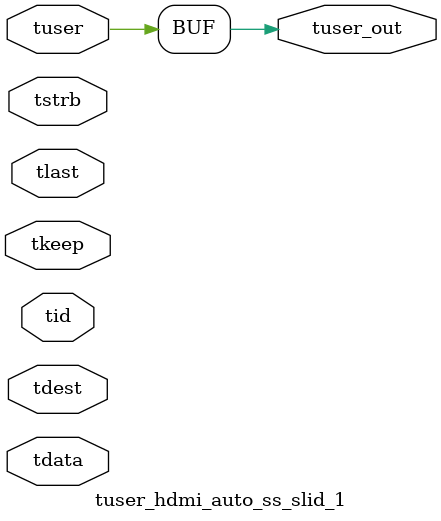
<source format=v>


`timescale 1ps/1ps

module tuser_hdmi_auto_ss_slid_1 #
(
parameter C_S_AXIS_TUSER_WIDTH = 1,
parameter C_S_AXIS_TDATA_WIDTH = 32,
parameter C_S_AXIS_TID_WIDTH   = 0,
parameter C_S_AXIS_TDEST_WIDTH = 0,
parameter C_M_AXIS_TUSER_WIDTH = 1
)
(
input  [(C_S_AXIS_TUSER_WIDTH == 0 ? 1 : C_S_AXIS_TUSER_WIDTH)-1:0     ] tuser,
input  [(C_S_AXIS_TDATA_WIDTH == 0 ? 1 : C_S_AXIS_TDATA_WIDTH)-1:0     ] tdata,
input  [(C_S_AXIS_TID_WIDTH   == 0 ? 1 : C_S_AXIS_TID_WIDTH)-1:0       ] tid,
input  [(C_S_AXIS_TDEST_WIDTH == 0 ? 1 : C_S_AXIS_TDEST_WIDTH)-1:0     ] tdest,
input  [(C_S_AXIS_TDATA_WIDTH/8)-1:0 ] tkeep,
input  [(C_S_AXIS_TDATA_WIDTH/8)-1:0 ] tstrb,
input                                                                    tlast,
output [C_M_AXIS_TUSER_WIDTH-1:0] tuser_out
);

assign tuser_out = {tuser[0:0]};

endmodule


</source>
